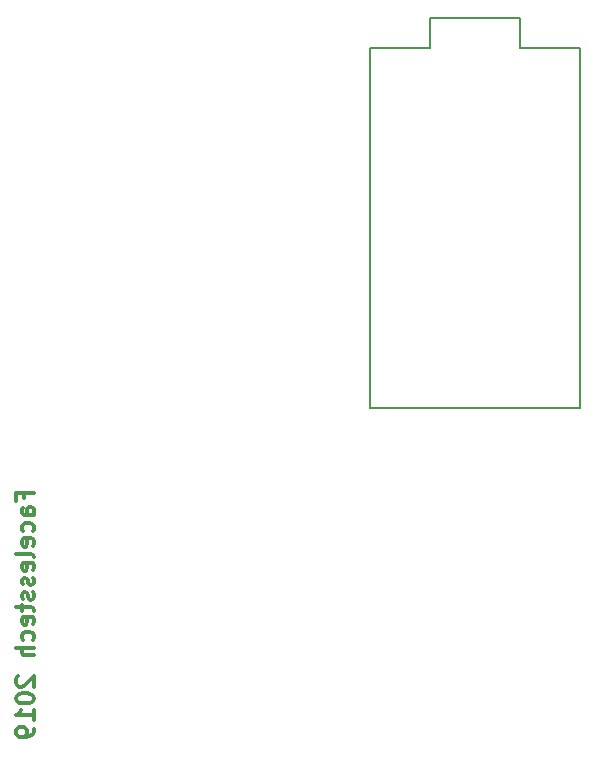
<source format=gbr>
G04 #@! TF.GenerationSoftware,KiCad,Pcbnew,5.0.2+dfsg1-1~bpo9+1*
G04 #@! TF.CreationDate,2019-08-16T14:47:34+01:00*
G04 #@! TF.ProjectId,retro_zero+a_controller,72657472-6f5f-47a6-9572-6f2b615f636f,rev?*
G04 #@! TF.SameCoordinates,Original*
G04 #@! TF.FileFunction,Legend,Bot*
G04 #@! TF.FilePolarity,Positive*
%FSLAX46Y46*%
G04 Gerber Fmt 4.6, Leading zero omitted, Abs format (unit mm)*
G04 Created by KiCad (PCBNEW 5.0.2+dfsg1-1~bpo9+1) date Fri 16 Aug 2019 14:47:34 BST*
%MOMM*%
%LPD*%
G01*
G04 APERTURE LIST*
%ADD10C,0.300000*%
%ADD11C,0.150000*%
G04 APERTURE END LIST*
D10*
X94952357Y-98928671D02*
X94952357Y-98428671D01*
X95738071Y-98428671D02*
X94238071Y-98428671D01*
X94238071Y-99142957D01*
X95738071Y-100357242D02*
X94952357Y-100357242D01*
X94809500Y-100285814D01*
X94738071Y-100142957D01*
X94738071Y-99857242D01*
X94809500Y-99714385D01*
X95666642Y-100357242D02*
X95738071Y-100214385D01*
X95738071Y-99857242D01*
X95666642Y-99714385D01*
X95523785Y-99642957D01*
X95380928Y-99642957D01*
X95238071Y-99714385D01*
X95166642Y-99857242D01*
X95166642Y-100214385D01*
X95095214Y-100357242D01*
X95666642Y-101714385D02*
X95738071Y-101571528D01*
X95738071Y-101285814D01*
X95666642Y-101142957D01*
X95595214Y-101071528D01*
X95452357Y-101000100D01*
X95023785Y-101000100D01*
X94880928Y-101071528D01*
X94809500Y-101142957D01*
X94738071Y-101285814D01*
X94738071Y-101571528D01*
X94809500Y-101714385D01*
X95666642Y-102928671D02*
X95738071Y-102785814D01*
X95738071Y-102500100D01*
X95666642Y-102357242D01*
X95523785Y-102285814D01*
X94952357Y-102285814D01*
X94809500Y-102357242D01*
X94738071Y-102500100D01*
X94738071Y-102785814D01*
X94809500Y-102928671D01*
X94952357Y-103000100D01*
X95095214Y-103000100D01*
X95238071Y-102285814D01*
X95738071Y-103857242D02*
X95666642Y-103714385D01*
X95523785Y-103642957D01*
X94238071Y-103642957D01*
X95666642Y-105000100D02*
X95738071Y-104857242D01*
X95738071Y-104571528D01*
X95666642Y-104428671D01*
X95523785Y-104357242D01*
X94952357Y-104357242D01*
X94809500Y-104428671D01*
X94738071Y-104571528D01*
X94738071Y-104857242D01*
X94809500Y-105000100D01*
X94952357Y-105071528D01*
X95095214Y-105071528D01*
X95238071Y-104357242D01*
X95666642Y-105642957D02*
X95738071Y-105785814D01*
X95738071Y-106071528D01*
X95666642Y-106214385D01*
X95523785Y-106285814D01*
X95452357Y-106285814D01*
X95309500Y-106214385D01*
X95238071Y-106071528D01*
X95238071Y-105857242D01*
X95166642Y-105714385D01*
X95023785Y-105642957D01*
X94952357Y-105642957D01*
X94809500Y-105714385D01*
X94738071Y-105857242D01*
X94738071Y-106071528D01*
X94809500Y-106214385D01*
X95666642Y-106857242D02*
X95738071Y-107000100D01*
X95738071Y-107285814D01*
X95666642Y-107428671D01*
X95523785Y-107500100D01*
X95452357Y-107500100D01*
X95309500Y-107428671D01*
X95238071Y-107285814D01*
X95238071Y-107071528D01*
X95166642Y-106928671D01*
X95023785Y-106857242D01*
X94952357Y-106857242D01*
X94809500Y-106928671D01*
X94738071Y-107071528D01*
X94738071Y-107285814D01*
X94809500Y-107428671D01*
X94738071Y-107928671D02*
X94738071Y-108500100D01*
X94238071Y-108142957D02*
X95523785Y-108142957D01*
X95666642Y-108214385D01*
X95738071Y-108357242D01*
X95738071Y-108500100D01*
X95666642Y-109571528D02*
X95738071Y-109428671D01*
X95738071Y-109142957D01*
X95666642Y-109000100D01*
X95523785Y-108928671D01*
X94952357Y-108928671D01*
X94809500Y-109000100D01*
X94738071Y-109142957D01*
X94738071Y-109428671D01*
X94809500Y-109571528D01*
X94952357Y-109642957D01*
X95095214Y-109642957D01*
X95238071Y-108928671D01*
X95666642Y-110928671D02*
X95738071Y-110785814D01*
X95738071Y-110500100D01*
X95666642Y-110357242D01*
X95595214Y-110285814D01*
X95452357Y-110214385D01*
X95023785Y-110214385D01*
X94880928Y-110285814D01*
X94809500Y-110357242D01*
X94738071Y-110500100D01*
X94738071Y-110785814D01*
X94809500Y-110928671D01*
X95738071Y-111571528D02*
X94238071Y-111571528D01*
X95738071Y-112214385D02*
X94952357Y-112214385D01*
X94809500Y-112142957D01*
X94738071Y-112000100D01*
X94738071Y-111785814D01*
X94809500Y-111642957D01*
X94880928Y-111571528D01*
X94380928Y-114000100D02*
X94309500Y-114071528D01*
X94238071Y-114214385D01*
X94238071Y-114571528D01*
X94309500Y-114714385D01*
X94380928Y-114785814D01*
X94523785Y-114857242D01*
X94666642Y-114857242D01*
X94880928Y-114785814D01*
X95738071Y-113928671D01*
X95738071Y-114857242D01*
X94238071Y-115785814D02*
X94238071Y-115928671D01*
X94309500Y-116071528D01*
X94380928Y-116142957D01*
X94523785Y-116214385D01*
X94809500Y-116285814D01*
X95166642Y-116285814D01*
X95452357Y-116214385D01*
X95595214Y-116142957D01*
X95666642Y-116071528D01*
X95738071Y-115928671D01*
X95738071Y-115785814D01*
X95666642Y-115642957D01*
X95595214Y-115571528D01*
X95452357Y-115500100D01*
X95166642Y-115428671D01*
X94809500Y-115428671D01*
X94523785Y-115500100D01*
X94380928Y-115571528D01*
X94309500Y-115642957D01*
X94238071Y-115785814D01*
X95738071Y-117714385D02*
X95738071Y-116857242D01*
X95738071Y-117285814D02*
X94238071Y-117285814D01*
X94452357Y-117142957D01*
X94595214Y-117000100D01*
X94666642Y-116857242D01*
X95738071Y-118428671D02*
X95738071Y-118714385D01*
X95666642Y-118857242D01*
X95595214Y-118928671D01*
X95380928Y-119071528D01*
X95095214Y-119142957D01*
X94523785Y-119142957D01*
X94380928Y-119071528D01*
X94309500Y-119000100D01*
X94238071Y-118857242D01*
X94238071Y-118571528D01*
X94309500Y-118428671D01*
X94380928Y-118357242D01*
X94523785Y-118285814D01*
X94880928Y-118285814D01*
X95023785Y-118357242D01*
X95095214Y-118428671D01*
X95166642Y-118571528D01*
X95166642Y-118857242D01*
X95095214Y-119000100D01*
X95023785Y-119071528D01*
X94880928Y-119142957D01*
D11*
G04 #@! TO.C,U1*
X142024100Y-60833000D02*
X142024100Y-91313000D01*
X142024100Y-60833000D02*
X136944100Y-60833000D01*
X136944100Y-60833000D02*
X136944100Y-58293000D01*
X136944100Y-58293000D02*
X129324100Y-58293000D01*
X129324100Y-58293000D02*
X129324100Y-60833000D01*
X129324100Y-60833000D02*
X124244100Y-60833000D01*
X124244100Y-60833000D02*
X124244100Y-91313000D01*
X124244100Y-91313000D02*
X142024100Y-91313000D01*
G04 #@! TD*
M02*

</source>
